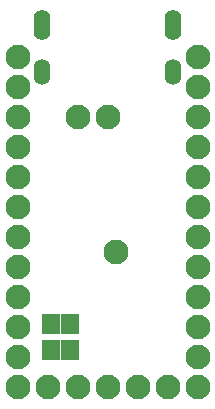
<source format=gbs>
G04 #@! TF.GenerationSoftware,KiCad,Pcbnew,(5.1.6)-1*
G04 #@! TF.CreationDate,2020-12-03T15:36:38+08:00*
G04 #@! TF.ProjectId,Alvaro,416c7661-726f-42e6-9b69-6361645f7063,rev?*
G04 #@! TF.SameCoordinates,Original*
G04 #@! TF.FileFunction,Soldermask,Bot*
G04 #@! TF.FilePolarity,Negative*
%FSLAX46Y46*%
G04 Gerber Fmt 4.6, Leading zero omitted, Abs format (unit mm)*
G04 Created by KiCad (PCBNEW (5.1.6)-1) date 2020-12-03 15:36:38*
%MOMM*%
%LPD*%
G01*
G04 APERTURE LIST*
%ADD10R,1.600000X1.800000*%
%ADD11O,1.400000X2.200000*%
%ADD12O,1.400000X2.600000*%
%ADD13C,2.100000*%
G04 APERTURE END LIST*
D10*
X25250000Y-52149000D03*
X25250000Y-49949000D03*
X26850000Y-49949000D03*
X26850000Y-52149000D03*
D11*
X24425000Y-28600000D03*
X35575000Y-28600000D03*
D12*
X24425000Y-24600000D03*
X35575000Y-24600000D03*
D13*
X30700000Y-43800000D03*
X24920000Y-55240000D03*
X27460000Y-55240000D03*
X30000000Y-55240000D03*
X32540000Y-55240000D03*
X35080000Y-55240000D03*
X22380000Y-27300000D03*
X22380000Y-29840000D03*
X22380000Y-32380000D03*
X22380000Y-34920000D03*
X22380000Y-37460000D03*
X22380000Y-40000000D03*
X22380000Y-42540000D03*
X22380000Y-45080000D03*
X22380000Y-47620000D03*
X22380000Y-50160000D03*
X22380000Y-52700000D03*
X22380000Y-55240000D03*
X37620000Y-55240000D03*
X37620000Y-52700000D03*
X37620000Y-50160000D03*
X37620000Y-47620000D03*
X37620000Y-45080000D03*
X37620000Y-42540000D03*
X37620000Y-40000000D03*
X37620000Y-37460000D03*
X37620000Y-34920000D03*
X37620000Y-32380000D03*
X37620000Y-29840000D03*
X37620000Y-27300000D03*
X30000000Y-32380000D03*
X27460000Y-32380000D03*
M02*

</source>
